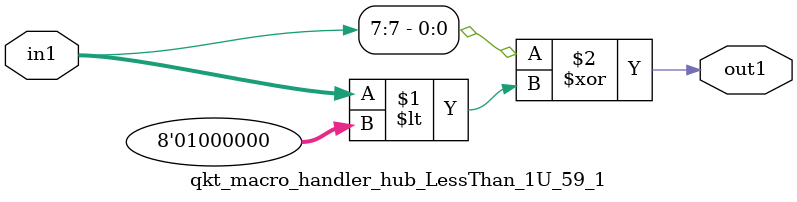
<source format=v>

`timescale 1ps / 1ps


module qkt_macro_handler_hub_LessThan_1U_59_1( in1, out1 );

    input [7:0] in1;
    output out1;

    
    // rtl_process:qkt_macro_handler_hub_LessThan_1U_59_1/qkt_macro_handler_hub_LessThan_1U_59_1_thread_1
    assign out1 = (in1[7] ^ in1 < 8'd064);

endmodule


</source>
